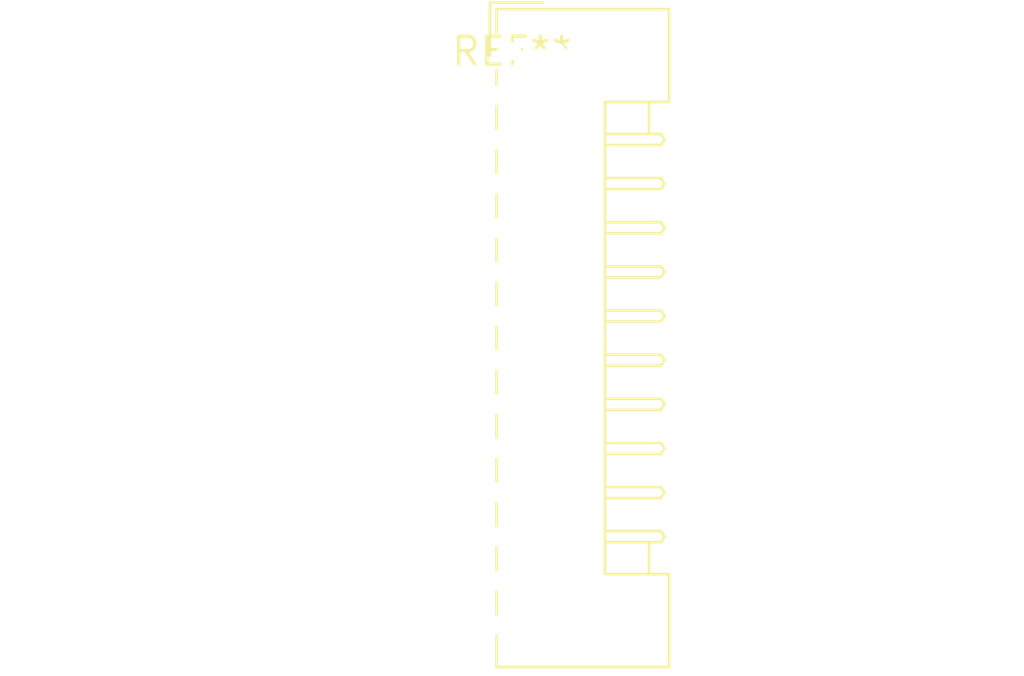
<source format=kicad_pcb>
(kicad_pcb (version 20240108) (generator pcbnew)
  (layers (0 "F.Cu" signal) (31 "B.Cu" signal) (34 "B.Paste" user) (35 "F.Paste" user) (36 "B.SilkS" user "B.Silkscreen") (37 "F.SilkS" user "F.Silkscreen") (38 "B.Mask" user) (39 "F.Mask" user) (44 "Edge.Cuts" user))
  (net 0 "")
  (footprint "JAE_LY20-28P-DLT1_2x14_P2.00mm_Horizontal" (layer "F.Cu") (at 0 0)
    (property "Reference" "REF**")
    (property "Value" "JAE_LY20-28P-DLT1_2x14_P2.00mm_Horizontal")
    (fp_line (start -1.01 -2.21) (end -1.01 0.2) (layer "F.SilkS") (stroke (width 0.12)))
    (fp_line (start -0.71 -1.91) (end -0.71 -0.86) (layer "F.SilkS") (stroke (width 0.12)))
    (fp_line (start -0.71 -1.91) (end 7.11 -1.91) (layer "F.SilkS") (stroke (width 0.12)))
    (fp_line (start -0.71 0.86) (end -0.71 1.514717) (layer "F.SilkS") (stroke (width 0.12)))
    (fp_line (start -0.71 2.485283) (end -0.71 3.514717) (layer "F.SilkS") (stroke (width 0.12)))
    (fp_line (start -0.71 4.485283) (end -0.71 5.514717) (layer "F.SilkS") (stroke (width 0.12)))
    (fp_line (start -0.71 6.485283) (end -0.71 7.514717) (layer "F.SilkS") (stroke (width 0.12)))
    (fp_line (start -0.71 8.485283) (end -0.71 9.514717) (layer "F.SilkS") (stroke (width 0.12)))
    (fp_line (start -0.71 10.485283) (end -0.71 11.514717) (layer "F.SilkS") (stroke (width 0.12)))
    (fp_line (start -0.71 12.485283) (end -0.71 13.514717) (layer "F.SilkS") (stroke (width 0.12)))
    (fp_line (start -0.71 14.485283) (end -0.71 15.514717) (layer "F.SilkS") (stroke (width 0.12)))
    (fp_line (start -0.71 16.485283) (end -0.71 17.514717) (layer "F.SilkS") (stroke (width 0.12)))
    (fp_line (start -0.71 18.485283) (end -0.71 19.514717) (layer "F.SilkS") (stroke (width 0.12)))
    (fp_line (start -0.71 20.485283) (end -0.71 21.514717) (layer "F.SilkS") (stroke (width 0.12)))
    (fp_line (start -0.71 22.485283) (end -0.71 23.514717) (layer "F.SilkS") (stroke (width 0.12)))
    (fp_line (start -0.71 24.485283) (end -0.71 25.514717) (layer "F.SilkS") (stroke (width 0.12)))
    (fp_line (start -0.71 26.485283) (end -0.71 27.91) (layer "F.SilkS") (stroke (width 0.12)))
    (fp_line (start -0.71 27.91) (end 7.11 27.91) (layer "F.SilkS") (stroke (width 0.12)))
    (fp_line (start 1.4 -2.21) (end -1.01 -2.21) (layer "F.SilkS") (stroke (width 0.12)))
    (fp_line (start 4.2 2.3) (end 4.2 13) (layer "F.SilkS") (stroke (width 0.12)))
    (fp_line (start 4.2 3.75) (end 6.733333 3.75) (layer "F.SilkS") (stroke (width 0.12)))
    (fp_line (start 4.2 5.75) (end 6.733333 5.75) (layer "F.SilkS") (stroke (width 0.12)))
    (fp_line (start 4.2 7.75) (end 6.733333 7.75) (layer "F.SilkS") (stroke (width 0.12)))
    (fp_line (start 4.2 9.75) (end 6.733333 9.75) (layer "F.SilkS") (stroke (width 0.12)))
    (fp_line (start 4.2 11.75) (end 6.733333 11.75) (layer "F.SilkS") (stroke (width 0.12)))
    (fp_line (start 4.2 13.75) (end 6.733333 13.75) (layer "F.SilkS") (stroke (width 0.12)))
    (fp_line (start 4.2 15.75) (end 6.733333 15.75) (layer "F.SilkS") (stroke (width 0.12)))
    (fp_line (start 4.2 17.75) (end 6.733333 17.75) (layer "F.SilkS") (stroke (width 0.12)))
    (fp_line (start 4.2 19.75) (end 6.733333 19.75) (layer "F.SilkS") (stroke (width 0.12)))
    (fp_line (start 4.2 21.75) (end 6.733333 21.75) (layer "F.SilkS") (stroke (width 0.12)))
    (fp_line (start 4.2 23.7) (end 4.2 13) (layer "F.SilkS") (stroke (width 0.12)))
    (fp_line (start 6.2 2.3) (end 6.2 3.75) (layer "F.SilkS") (stroke (width 0.12)))
    (fp_line (start 6.2 23.7) (end 6.2 22.25) (layer "F.SilkS") (stroke (width 0.12)))
    (fp_line (start 6.733333 3.75) (end 6.9 4) (layer "F.SilkS") (stroke (width 0.12)))
    (fp_line (start 6.733333 4.25) (end 4.2 4.25) (layer "F.SilkS") (stroke (width 0.12)))
    (fp_line (start 6.733333 5.75) (end 6.9 6) (layer "F.SilkS") (stroke (width 0.12)))
    (fp_line (start 6.733333 6.25) (end 4.2 6.25) (layer "F.SilkS") (stroke (width 0.12)))
    (fp_line (start 6.733333 7.75) (end 6.9 8) (layer "F.SilkS") (stroke (width 0.12)))
    (fp_line (start 6.733333 8.25) (end 4.2 8.25) (layer "F.SilkS") (stroke (width 0.12)))
    (fp_line (start 6.733333 9.75) (end 6.9 10) (layer "F.SilkS") (stroke (width 0.12)))
    (fp_line (start 6.733333 10.25) (end 4.2 10.25) (layer "F.SilkS") (stroke (width 0.12)))
    (fp_line (start 6.733333 11.75) (end 6.9 12) (layer "F.SilkS") (stroke (width 0.12)))
    (fp_line (start 6.733333 12.25) (end 4.2 12.25) (layer "F.SilkS") (stroke (width 0.12)))
    (fp_line (start 6.733333 13.75) (end 6.9 14) (layer "F.SilkS") (stroke (width 0.12)))
    (fp_line (start 6.733333 14.25) (end 4.2 14.25) (layer "F.SilkS") (stroke (width 0.12)))
    (fp_line (start 6.733333 15.75) (end 6.9 16) (layer "F.SilkS") (stroke (width 0.12)))
    (fp_line (start 6.733333 16.25) (end 4.2 16.25) (layer "F.SilkS") (stroke (width 0.12)))
    (fp_line (start 6.733333 17.75) (end 6.9 18) (layer "F.SilkS") (stroke (width 0.12)))
    (fp_line (start 6.733333 18.25) (end 4.2 18.25) (layer "F.SilkS") (stroke (width 0.12)))
    (fp_line (start 6.733333 19.75) (end 6.9 20) (layer "F.SilkS") (stroke (width 0.12)))
    (fp_line (start 6.733333 20.25) (end 4.2 20.25) (layer "F.SilkS") (stroke (width 0.12)))
    (fp_line (start 6.733333 21.75) (end 6.9 22) (layer "F.SilkS") (stroke (width 0.12)))
    (fp_line (start 6.733333 22.25) (end 4.2 22.25) (layer "F.SilkS") (stroke (width 0.12)))
    (fp_line (start 6.9 4) (end 6.733333 4.25) (layer "F.SilkS") (stroke (width 0.12)))
    (fp_line (start 6.9 6) (end 6.733333 6.25) (layer "F.SilkS") (stroke (width 0.12)))
    (fp_line (start 6.9 8) (end 6.733333 8.25) (layer "F.SilkS") (stroke (width 0.12)))
    (fp_line (start 6.9 10) (end 6.733333 10.25) (layer "F.SilkS") (stroke (width 0.12)))
    (fp_line (start 6.9 12) (end 6.733333 12.25) (layer "F.SilkS") (stroke (width 0.12)))
    (fp_line (start 6.9 14) (end 6.733333 14.25) (layer "F.SilkS") (stroke (width 0.12)))
    (fp_line (start 6.9 16) (end 6.733333 16.25) (layer "F.SilkS") (stroke (width 0.12)))
    (fp_line (start 6.9 18) (end 6.733333 18.25) (layer "F.SilkS") (stroke (width 0.12)))
    (fp_line (start 6.9 20) (end 6.733333 20.25) (layer "F.SilkS") (stroke (width 0.12)))
    (fp_line (start 6.9 22) (end 6.733333 22.25) (layer "F.SilkS") (stroke (width 0.12)))
    (fp_line (start 7.11 -1.91) (end 7.11 2.3) (layer "F.SilkS") (stroke (width 0.12)))
    (fp_line (start 7.11 2.3) (end 4.2 2.3) (layer "F.SilkS") (stroke (width 0.12)))
    (fp_line (start 7.11 23.7) (end 4.2 23.7) (layer "F.SilkS") (stroke (width 0.12)))
    (fp_line (start 7.11 27.91) (end 7.11 23.7) (layer "F.SilkS") (stroke (width 0.12)))
    (pad "a1" thru_hole roundrect (at 0 0) (size 1.2 1.2) (drill 0.8) (layers *.Cu *.Mask) (remove_unused_layers) (roundrect_rratio 0.208333))
    (pad "a2" thru_hole circle (at 0 2) (size 1.2 1.2) (drill 0.8) (layers *.Cu *.Mask) (remove_unused_layers))
    (pad "a3" thru_hole circle (at 0 4) (size 1.2 1.2) (drill 0.8) (layers *.Cu *.Mask) (remove_unused_layers))
    (pad "a4" thru_hole circle (at 0 6) (size 1.2 1.2) (drill 0.8) (layers *.Cu *.Mask) (remove_unused_layers))
    (pad "a5" thru_hole circle (at 0 8) (size 1.2 1.2) (drill 0.8) (layers *.Cu *.Mask) (remove_unused_layers))
    (pad "a6" thru_hole circle (at 0 10) (size 1.2 1.2) (drill 0.8) (layers *.Cu *.Mask) (remove_unused_layers))
    (pad "a7" thru_hole circle (at 0 12) (size 1.2 1.2) (drill 0.8) (layers *.Cu *.Mask) (remove_unused_layers))
    (pad "a8" thru_hole circle (at 0 14) (size 1.2 1.2) (drill 0.8) (layers *.Cu *.Mask) (remove_unused_layers))
    (pad "a9" thru_hole circle (at 0 16) (size 1.2 1.2) (drill 0.8) (layers *.Cu *.Mask) (remove_unused_layers))
    (pad "a10" thru_hole circle (at 0 18) (size 1.2 1.2) (drill 0.8) (layers *.Cu *.Mask) (remove_unused_layers))
    (pad "a11" thru_hole circle (at 0 20) (size 1.2 1.2) (drill 0.8) (layers *.Cu *.Mask) (remove_unused_layers))
    (pad "a12" thru_hole circle (at 0 22) (size 1.2 1.2) (drill 0.8) (layers *.Cu *.Mask) (remove_unused_layers))
    (pad "a13" thru_hole circle (at 0 24) (size 1.2 1.2) (drill 0.8) (layers *.Cu *.Mask) (remove_unused_layers))
    (pad "a14" thru_hole circle (at 0 26) (size 1.2 1.2) (drill 0.8) (layers *.Cu *.Mask) (remove_unused_layers))
    (pad "b1" thru_hole circle (at 2 0) (size 1.2 1.2) (drill 0.8) (layers *.Cu *.Mask) (remove_unused_layers))
    (pad "b2" thru_hole circle (at 2 2) (size 1.2 1.2) (drill 0.8) (layers *.Cu *.Mask) (remove_unused_layers))
    (pad "b3" thru_hole circle (at 2 4) (size 1.2 1.2) (drill 0.8) (layers *.Cu *.Mask) (remove_unused_layers))
    (pad "b4" thru_hole circle (at 2 6) (size 1.2 1.2) (drill 0.8) (layers *.Cu *.Mask) (remove_unused_layers))
    (pad "b5" thru_hole circle (at 2 8) (size 1.2 1.2) (drill 0.8) (layers *.Cu *.Mask) (remove_unused_layers))
    (pad "b6" thru_hole circle (at 2 10) (size 1.2 1.2) (drill 0.8) (layers *.Cu *.Mask) (remove_unused_layers))
    (pad "b7" thru_hole circle (at 2 12) (size 1.2 1.2) (drill 0.8) (layers *.Cu *.Mask) (remove_unused_layers))
    (pad "b8" thru_hole circle (at 2 14) (size 1.2 1.2) (drill 0.8) (layers *.Cu *.Mask) (remove_unused_layers))
    (pad "b9" thru_hole circle (at 2 16) (size 1.2 1.2) (drill 0.8) (layers *.Cu *.Mask) (remove_unused_layers))
    (pad "b10" thru_hole circle (at 2 18) (size 1.2 1.2) (drill 0.8) (layers *.Cu *.Mask) (remove_unused_layers))
    (pad "b11" thru_hole circle (at 2 20) (size 1.2 1.2) (drill 0.8) (layers *.Cu *.Mask) (remove_unused_layers))
    (pad "b12" thru_hole circle (at 2 22) (size 1.2 1.2) (drill 0.8) (layers *.Cu *.Mask) (remove_unused_layers))
    (pad "b13" thru_hole circle (at 2 24) (size 1.2 1.2) (drill 0.8) (layers *.Cu *.Mask) (remove_unused_layers))
    (pad "b14" thru_hole circle (at 2 26) (size 1.2 1.2) (drill 0.8) (layers *.Cu *.Mask) (remove_unused_layers))
  )
)
</source>
